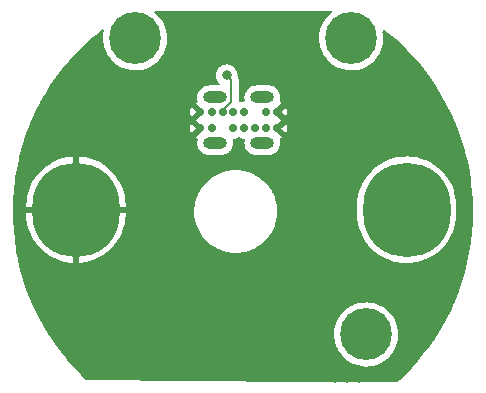
<source format=gbr>
%TF.GenerationSoftware,KiCad,Pcbnew,(6.0.10)*%
%TF.CreationDate,2023-09-05T22:10:59+02:00*%
%TF.ProjectId,Pump PCB,50756d70-2050-4434-922e-6b696361645f,rev?*%
%TF.SameCoordinates,Original*%
%TF.FileFunction,Copper,L2,Bot*%
%TF.FilePolarity,Positive*%
%FSLAX46Y46*%
G04 Gerber Fmt 4.6, Leading zero omitted, Abs format (unit mm)*
G04 Created by KiCad (PCBNEW (6.0.10)) date 2023-09-05 22:10:59*
%MOMM*%
%LPD*%
G01*
G04 APERTURE LIST*
%TA.AperFunction,ComponentPad*%
%ADD10C,4.400000*%
%TD*%
%TA.AperFunction,ComponentPad*%
%ADD11O,7.400000X8.000000*%
%TD*%
%TA.AperFunction,ComponentPad*%
%ADD12C,0.700000*%
%TD*%
%TA.AperFunction,ComponentPad*%
%ADD13O,2.000000X1.000000*%
%TD*%
%TA.AperFunction,ViaPad*%
%ADD14C,0.800000*%
%TD*%
%TA.AperFunction,Conductor*%
%ADD15C,0.200000*%
%TD*%
G04 APERTURE END LIST*
D10*
%TO.P,H1,1*%
%TO.N,N/C*%
X138557000Y-42500000D03*
%TD*%
%TO.P,H2,1*%
%TO.N,N/C*%
X120269000Y-42500000D03*
%TD*%
%TO.P,H3,1*%
%TO.N,N/C*%
X139827000Y-67564000D03*
%TD*%
D11*
%TO.P,H5,1*%
%TO.N,12V*%
X143250000Y-57000000D03*
%TD*%
%TO.P,H6,1*%
%TO.N,GND*%
X115250000Y-57000000D03*
%TD*%
D12*
%TO.P,J1,14*%
%TO.N,GND*%
X125782000Y-48718000D03*
%TO.P,J1,13*%
%TO.N,5V*%
X126732000Y-48718000D03*
%TO.P,J1,12*%
%TO.N,Net-(J1-Pad12)*%
X127682000Y-48718000D03*
%TO.P,J1,11*%
%TO.N,Net-(J1-Pad11)*%
X128582000Y-48718000D03*
%TO.P,J1,10*%
%TO.N,Net-(J1-Pad10)*%
X129482000Y-48718000D03*
%TO.P,J1,9*%
%TO.N,5V*%
X131332000Y-48718000D03*
%TO.P,J1,8*%
%TO.N,GND*%
X132282000Y-48718000D03*
%TO.P,J1,7*%
X132282000Y-50118000D03*
%TO.P,J1,6*%
%TO.N,5V*%
X131332000Y-50118000D03*
%TO.P,J1,5*%
%TO.N,Net-(J1-Pad5)*%
X130382000Y-50118000D03*
%TO.P,J1,4*%
%TO.N,Net-(J1-Pad4)*%
X129482000Y-50118000D03*
%TO.P,J1,3*%
%TO.N,Net-(J1-Pad3)*%
X128582000Y-50118000D03*
%TO.P,J1,2*%
%TO.N,5V*%
X126732000Y-50118000D03*
%TO.P,J1,1*%
%TO.N,GND*%
X125782000Y-50118000D03*
D13*
%TO.P,J1,0*%
%TO.N,Net-(J1-Pad0)*%
X131032000Y-47488000D03*
X127032000Y-47488000D03*
X131032000Y-51348000D03*
X127032000Y-51348000D03*
%TD*%
D14*
%TO.N,GND*%
X120142000Y-50165000D03*
X120650000Y-48260000D03*
X139573000Y-52324000D03*
X145796000Y-64643000D03*
X116078000Y-66294000D03*
X132842000Y-52974000D03*
X138176000Y-71247000D03*
X144780000Y-64643000D03*
X144526000Y-49911000D03*
X120142000Y-56134000D03*
X139192000Y-71247000D03*
X139500000Y-49250000D03*
X132250000Y-59250000D03*
X142748000Y-64643000D03*
X120000000Y-67000000D03*
X132842000Y-53721000D03*
X143764000Y-64643000D03*
X122500000Y-61250000D03*
X137160000Y-71247000D03*
X117000000Y-67250000D03*
X121793000Y-56896000D03*
X130048000Y-45339000D03*
%TO.N,Net-(J1-Pad12)*%
X128016000Y-45608000D03*
%TD*%
D15*
%TO.N,Net-(J1-Pad12)*%
X127766130Y-48504740D02*
X128415999Y-47854871D01*
X128415999Y-46007999D02*
X128016000Y-45608000D01*
X128415999Y-47854871D02*
X128415999Y-46007999D01*
%TD*%
%TA.AperFunction,Conductor*%
%TO.N,GND*%
G36*
X136875799Y-40163539D02*
G01*
X136922292Y-40217195D01*
X136932396Y-40287469D01*
X136902902Y-40352049D01*
X136884644Y-40369298D01*
X136773244Y-40455243D01*
X136540513Y-40684347D01*
X136538149Y-40687314D01*
X136538146Y-40687317D01*
X136521220Y-40708558D01*
X136336991Y-40939751D01*
X136165626Y-41217757D01*
X136028902Y-41514336D01*
X136027741Y-41517940D01*
X136027741Y-41517941D01*
X136019196Y-41544477D01*
X135928797Y-41825192D01*
X135928079Y-41828903D01*
X135928078Y-41828907D01*
X135867482Y-42142105D01*
X135867481Y-42142114D01*
X135866763Y-42145824D01*
X135866496Y-42149600D01*
X135866495Y-42149605D01*
X135851993Y-42354424D01*
X135843698Y-42471585D01*
X135859936Y-42797759D01*
X135860577Y-42801490D01*
X135860578Y-42801498D01*
X135875109Y-42886060D01*
X135915241Y-43119619D01*
X136008814Y-43432504D01*
X136139297Y-43731881D01*
X136141220Y-43735152D01*
X136141222Y-43735156D01*
X136183584Y-43807215D01*
X136304802Y-44013414D01*
X136307103Y-44016429D01*
X136500631Y-44270012D01*
X136500636Y-44270017D01*
X136502931Y-44273025D01*
X136564931Y-44336670D01*
X136623920Y-44397223D01*
X136730814Y-44506953D01*
X136803635Y-44565607D01*
X136982196Y-44709431D01*
X136982201Y-44709435D01*
X136985149Y-44711809D01*
X137262253Y-44884627D01*
X137558112Y-45022903D01*
X137561721Y-45024086D01*
X137822979Y-45109731D01*
X137868440Y-45124634D01*
X138188742Y-45188346D01*
X138192514Y-45188633D01*
X138192522Y-45188634D01*
X138510602Y-45212829D01*
X138510607Y-45212829D01*
X138514379Y-45213116D01*
X138840633Y-45198586D01*
X138900425Y-45188634D01*
X139159037Y-45145590D01*
X139159042Y-45145589D01*
X139162778Y-45144967D01*
X139476149Y-45053034D01*
X139479616Y-45051544D01*
X139479620Y-45051543D01*
X139772721Y-44925616D01*
X139772723Y-44925615D01*
X139776205Y-44924119D01*
X140058601Y-44760091D01*
X140319245Y-44563324D01*
X140554363Y-44336670D01*
X140760549Y-44083410D01*
X140934815Y-43807215D01*
X140957832Y-43758633D01*
X141073009Y-43515522D01*
X141074638Y-43512084D01*
X141101188Y-43432504D01*
X141176790Y-43205897D01*
X141176792Y-43205891D01*
X141177992Y-43202293D01*
X141243381Y-42882329D01*
X141249956Y-42801498D01*
X141269674Y-42559061D01*
X141269856Y-42556826D01*
X141270451Y-42500000D01*
X141268510Y-42467796D01*
X141251026Y-42177793D01*
X141251026Y-42177789D01*
X141250798Y-42174015D01*
X141245650Y-42145824D01*
X141204006Y-41917803D01*
X141211444Y-41847197D01*
X141255874Y-41791821D01*
X141323189Y-41769256D01*
X141392018Y-41786667D01*
X141405291Y-41795691D01*
X141562358Y-41917803D01*
X141691181Y-42017957D01*
X141695530Y-42021496D01*
X142351667Y-42580174D01*
X142355833Y-42583883D01*
X142986476Y-43171209D01*
X142990493Y-43175121D01*
X143317938Y-43508482D01*
X143561619Y-43756566D01*
X143594371Y-43789910D01*
X143598201Y-43793987D01*
X144174165Y-44435072D01*
X144177796Y-44439300D01*
X144724623Y-45105320D01*
X144728079Y-45109725D01*
X145244779Y-45799473D01*
X145248008Y-45803991D01*
X145565196Y-46269190D01*
X145733478Y-46515999D01*
X145736533Y-46520700D01*
X146189858Y-47253618D01*
X146192700Y-47258451D01*
X146612951Y-48010779D01*
X146615576Y-48015734D01*
X147001945Y-48786026D01*
X147004347Y-48791093D01*
X147356063Y-49577807D01*
X147358237Y-49582975D01*
X147674614Y-50384582D01*
X147676542Y-50389803D01*
X147943028Y-51164251D01*
X147956943Y-51204690D01*
X147958646Y-51210022D01*
X148164950Y-51909254D01*
X148202517Y-52036583D01*
X148203980Y-52041985D01*
X148309747Y-52469737D01*
X148410826Y-52878535D01*
X148412051Y-52884007D01*
X148581479Y-53728951D01*
X148582459Y-53734471D01*
X148714130Y-54586125D01*
X148714863Y-54591684D01*
X148737823Y-54801708D01*
X148806390Y-55428917D01*
X148808513Y-55448339D01*
X148808997Y-55453909D01*
X148863028Y-56291949D01*
X148864443Y-56313899D01*
X148864679Y-56319492D01*
X148873125Y-56744329D01*
X148881809Y-57181080D01*
X148881796Y-57186687D01*
X148875681Y-57434955D01*
X148864790Y-57877198D01*
X148860578Y-58048197D01*
X148860315Y-58053798D01*
X148800791Y-58913501D01*
X148800279Y-58919085D01*
X148702569Y-59775269D01*
X148701810Y-59780824D01*
X148566101Y-60631844D01*
X148565095Y-60637360D01*
X148391663Y-61481476D01*
X148390413Y-61486942D01*
X148179592Y-62322540D01*
X148178099Y-62327945D01*
X147930323Y-63153295D01*
X147928594Y-63158622D01*
X147715285Y-63769105D01*
X147644331Y-63972171D01*
X147642368Y-63977411D01*
X147405635Y-64568990D01*
X147322207Y-64777471D01*
X147320011Y-64782625D01*
X147255311Y-64925522D01*
X146964553Y-65567693D01*
X146962127Y-65572748D01*
X146572101Y-66341211D01*
X146569477Y-66346109D01*
X146145635Y-67096484D01*
X146142769Y-67101303D01*
X145739940Y-67745729D01*
X145686000Y-67832019D01*
X145682928Y-67836699D01*
X145610027Y-67942536D01*
X145194066Y-68546423D01*
X145190783Y-68550968D01*
X144670867Y-69238192D01*
X144667386Y-69242587D01*
X144187209Y-69821807D01*
X144117389Y-69906028D01*
X144113727Y-69910251D01*
X143666926Y-70402849D01*
X143534770Y-70548551D01*
X143530912Y-70552619D01*
X142924103Y-71164560D01*
X142920081Y-71168439D01*
X142663920Y-71404746D01*
X142460701Y-71592214D01*
X142397069Y-71623702D01*
X142374303Y-71625598D01*
X134177739Y-71562897D01*
X116186227Y-71425268D01*
X116118262Y-71404746D01*
X116100366Y-71390580D01*
X115652491Y-70964689D01*
X115648546Y-70960768D01*
X115055663Y-70344927D01*
X115051894Y-70340836D01*
X114829203Y-70088086D01*
X114486746Y-69699404D01*
X114483166Y-69695156D01*
X114383116Y-69570953D01*
X113946869Y-69029396D01*
X113943477Y-69024988D01*
X113437113Y-68336248D01*
X113433918Y-68331695D01*
X112958437Y-67621268D01*
X112955446Y-67616579D01*
X112906270Y-67535585D01*
X137113698Y-67535585D01*
X137129936Y-67861759D01*
X137130577Y-67865490D01*
X137130578Y-67865498D01*
X137145109Y-67950060D01*
X137185241Y-68183619D01*
X137278814Y-68496504D01*
X137280327Y-68499975D01*
X137280329Y-68499981D01*
X137302552Y-68550968D01*
X137409297Y-68795881D01*
X137411220Y-68799152D01*
X137411222Y-68799156D01*
X137453584Y-68871215D01*
X137574802Y-69077414D01*
X137577103Y-69080429D01*
X137770631Y-69334012D01*
X137770636Y-69334017D01*
X137772931Y-69337025D01*
X138000814Y-69570953D01*
X138073635Y-69629607D01*
X138252196Y-69773431D01*
X138252201Y-69773435D01*
X138255149Y-69775809D01*
X138532253Y-69948627D01*
X138828112Y-70086903D01*
X139138440Y-70188634D01*
X139458742Y-70252346D01*
X139462514Y-70252633D01*
X139462522Y-70252634D01*
X139780602Y-70276829D01*
X139780607Y-70276829D01*
X139784379Y-70277116D01*
X140110633Y-70262586D01*
X140170425Y-70252634D01*
X140429037Y-70209590D01*
X140429042Y-70209589D01*
X140432778Y-70208967D01*
X140746149Y-70117034D01*
X140749616Y-70115544D01*
X140749620Y-70115543D01*
X141042721Y-69989616D01*
X141042723Y-69989615D01*
X141046205Y-69988119D01*
X141328601Y-69824091D01*
X141589245Y-69627324D01*
X141824363Y-69400670D01*
X142030549Y-69147410D01*
X142106367Y-69027246D01*
X142202788Y-68874428D01*
X142202790Y-68874425D01*
X142204815Y-68871215D01*
X142344638Y-68576084D01*
X142345840Y-68572482D01*
X142446790Y-68269897D01*
X142446792Y-68269891D01*
X142447992Y-68266293D01*
X142513381Y-67946329D01*
X142519956Y-67865498D01*
X142539674Y-67623061D01*
X142539856Y-67620826D01*
X142540451Y-67564000D01*
X142538510Y-67531796D01*
X142521026Y-67241793D01*
X142521026Y-67241789D01*
X142520798Y-67238015D01*
X142515650Y-67209824D01*
X142462805Y-66920473D01*
X142462804Y-66920469D01*
X142462125Y-66916751D01*
X142454722Y-66892907D01*
X142366404Y-66608477D01*
X142365282Y-66604863D01*
X142231670Y-66306869D01*
X142063226Y-66027084D01*
X142060899Y-66024100D01*
X142060894Y-66024093D01*
X141864726Y-65772558D01*
X141864724Y-65772556D01*
X141862390Y-65769563D01*
X141632070Y-65538034D01*
X141375603Y-65335852D01*
X141096705Y-65165945D01*
X141093261Y-65164379D01*
X141093257Y-65164377D01*
X140982667Y-65114095D01*
X140799414Y-65030775D01*
X140488037Y-64932300D01*
X140270492Y-64891390D01*
X140170809Y-64872645D01*
X140170807Y-64872645D01*
X140167086Y-64871945D01*
X139841208Y-64850586D01*
X139837428Y-64850794D01*
X139837427Y-64850794D01*
X139739897Y-64856162D01*
X139515124Y-64868532D01*
X139511397Y-64869193D01*
X139511393Y-64869193D01*
X139354341Y-64897027D01*
X139193557Y-64925522D01*
X139189941Y-64926624D01*
X139189933Y-64926626D01*
X138884789Y-65019627D01*
X138881167Y-65020731D01*
X138582477Y-65152781D01*
X138557041Y-65167914D01*
X138305074Y-65317817D01*
X138305068Y-65317821D01*
X138301814Y-65319757D01*
X138043244Y-65519243D01*
X137810513Y-65748347D01*
X137808149Y-65751314D01*
X137808146Y-65751317D01*
X137791220Y-65772558D01*
X137606991Y-66003751D01*
X137435626Y-66281757D01*
X137298902Y-66578336D01*
X137297741Y-66581940D01*
X137297741Y-66581941D01*
X137289196Y-66608477D01*
X137198797Y-66889192D01*
X137198079Y-66892903D01*
X137198078Y-66892907D01*
X137137482Y-67206105D01*
X137137481Y-67206114D01*
X137136763Y-67209824D01*
X137113698Y-67535585D01*
X112906270Y-67535585D01*
X112530537Y-66916751D01*
X112511768Y-66885838D01*
X112508991Y-66881028D01*
X112435014Y-66746101D01*
X112098007Y-66131439D01*
X112095441Y-66126504D01*
X111717937Y-65359502D01*
X111715591Y-65354458D01*
X111632246Y-65164377D01*
X111372292Y-64571512D01*
X111370178Y-64566385D01*
X111061782Y-63769089D01*
X111059896Y-63763875D01*
X111041024Y-63707851D01*
X110786979Y-62953720D01*
X110785320Y-62948410D01*
X110548433Y-62127029D01*
X110547010Y-62121653D01*
X110359086Y-61342385D01*
X110346595Y-61290585D01*
X110345412Y-61285156D01*
X110330133Y-61206759D01*
X110209352Y-60587057D01*
X110181875Y-60446076D01*
X110180932Y-60440594D01*
X110054588Y-59595131D01*
X110053887Y-59589613D01*
X109964976Y-58739363D01*
X109964520Y-58733820D01*
X109913220Y-57880491D01*
X109913009Y-57874933D01*
X109906014Y-57434955D01*
X109905494Y-57402216D01*
X111042000Y-57402216D01*
X111042075Y-57405309D01*
X111056882Y-57708051D01*
X111057483Y-57714175D01*
X111116710Y-58115263D01*
X111117910Y-58121325D01*
X111215993Y-58514711D01*
X111217778Y-58520626D01*
X111353786Y-58902579D01*
X111356129Y-58908263D01*
X111528764Y-59275131D01*
X111531653Y-59280565D01*
X111739260Y-59628829D01*
X111742668Y-59633959D01*
X111983277Y-59960312D01*
X111987165Y-59965079D01*
X112258457Y-60266380D01*
X112262807Y-60270760D01*
X112562211Y-60544153D01*
X112566949Y-60548073D01*
X112891609Y-60790950D01*
X112896715Y-60794394D01*
X113243532Y-61004434D01*
X113248928Y-61007351D01*
X113614596Y-61182551D01*
X113620263Y-61184933D01*
X114001261Y-61323604D01*
X114007149Y-61325426D01*
X114399860Y-61426258D01*
X114405883Y-61427494D01*
X114806585Y-61489526D01*
X114812672Y-61490166D01*
X114977912Y-61499405D01*
X114993356Y-61495793D01*
X114996000Y-61485086D01*
X114996000Y-61482979D01*
X115504000Y-61482979D01*
X115508475Y-61498218D01*
X115508800Y-61498500D01*
X115518872Y-61500471D01*
X115628762Y-61495865D01*
X115634888Y-61495308D01*
X116036399Y-61438879D01*
X116042452Y-61437724D01*
X116436537Y-61342385D01*
X116442434Y-61340649D01*
X116825331Y-61207310D01*
X116831044Y-61205002D01*
X117199104Y-61034935D01*
X117204558Y-61032083D01*
X117554269Y-60826909D01*
X117559417Y-60823540D01*
X117887448Y-60585212D01*
X117892218Y-60581377D01*
X118195440Y-60312163D01*
X118199820Y-60307875D01*
X118475317Y-60010365D01*
X118479262Y-60005663D01*
X118724401Y-59682703D01*
X118727879Y-59677625D01*
X118940332Y-59332287D01*
X118943297Y-59326894D01*
X119121034Y-58962479D01*
X119123460Y-58956820D01*
X119264792Y-58576789D01*
X119266650Y-58570932D01*
X119370225Y-58178915D01*
X119371500Y-58172915D01*
X119436326Y-57772669D01*
X119437013Y-57766548D01*
X119457874Y-57434955D01*
X119458000Y-57430964D01*
X119458000Y-57272115D01*
X119453525Y-57256876D01*
X119452135Y-57255671D01*
X119444452Y-57254000D01*
X115522115Y-57254000D01*
X115506876Y-57258475D01*
X115505671Y-57259865D01*
X115504000Y-57267548D01*
X115504000Y-61482979D01*
X114996000Y-61482979D01*
X114996000Y-57272115D01*
X114991525Y-57256876D01*
X114990135Y-57255671D01*
X114982452Y-57254000D01*
X111060115Y-57254000D01*
X111044876Y-57258475D01*
X111043671Y-57259865D01*
X111042000Y-57267548D01*
X111042000Y-57402216D01*
X109905494Y-57402216D01*
X109901484Y-57150000D01*
X125264685Y-57150000D01*
X125283931Y-57517241D01*
X125341459Y-57880459D01*
X125436639Y-58235674D01*
X125437824Y-58238762D01*
X125437825Y-58238764D01*
X125487902Y-58369218D01*
X125568427Y-58578994D01*
X125735380Y-58906657D01*
X125737176Y-58909423D01*
X125737178Y-58909426D01*
X125741637Y-58916292D01*
X125935668Y-59215075D01*
X126167098Y-59500867D01*
X126427133Y-59760902D01*
X126712925Y-59992332D01*
X127021342Y-60192620D01*
X127024276Y-60194115D01*
X127024283Y-60194119D01*
X127256659Y-60312520D01*
X127349006Y-60359573D01*
X127692326Y-60491361D01*
X128047541Y-60586541D01*
X128240558Y-60617112D01*
X128407511Y-60643555D01*
X128407519Y-60643556D01*
X128410759Y-60644069D01*
X128778000Y-60663315D01*
X129145241Y-60644069D01*
X129148481Y-60643556D01*
X129148489Y-60643555D01*
X129315442Y-60617112D01*
X129508459Y-60586541D01*
X129863674Y-60491361D01*
X130206994Y-60359573D01*
X130299341Y-60312520D01*
X130531717Y-60194119D01*
X130531724Y-60194115D01*
X130534658Y-60192620D01*
X130843075Y-59992332D01*
X131128867Y-59760902D01*
X131388902Y-59500867D01*
X131620332Y-59215075D01*
X131814363Y-58916292D01*
X131818822Y-58909426D01*
X131818824Y-58909423D01*
X131820620Y-58906657D01*
X131987573Y-58578994D01*
X132068098Y-58369218D01*
X132118175Y-58238764D01*
X132118176Y-58238762D01*
X132119361Y-58235674D01*
X132214541Y-57880459D01*
X132272069Y-57517241D01*
X132278016Y-57403764D01*
X139041500Y-57403764D01*
X139041575Y-57405290D01*
X139041575Y-57405305D01*
X139043026Y-57434962D01*
X139056535Y-57711173D01*
X139116672Y-58118421D01*
X139216262Y-58517857D01*
X139217297Y-58520765D01*
X139217299Y-58520770D01*
X139238032Y-58578994D01*
X139354356Y-58905669D01*
X139529634Y-59278154D01*
X139531208Y-59280795D01*
X139531211Y-59280800D01*
X139560484Y-59329905D01*
X139740424Y-59631757D01*
X139984713Y-59963103D01*
X139986769Y-59965386D01*
X139986776Y-59965395D01*
X140258101Y-60266732D01*
X140258109Y-60266740D01*
X140260170Y-60269029D01*
X140564166Y-60546615D01*
X140893799Y-60793212D01*
X140896436Y-60794809D01*
X141243294Y-61004874D01*
X141243303Y-61004879D01*
X141245922Y-61006465D01*
X141617174Y-61184340D01*
X141620063Y-61185392D01*
X141620069Y-61185394D01*
X141901690Y-61287895D01*
X142004012Y-61325137D01*
X142294750Y-61399786D01*
X142399759Y-61426748D01*
X142399762Y-61426749D01*
X142402743Y-61427514D01*
X142809561Y-61490493D01*
X143220584Y-61513472D01*
X143223663Y-61513343D01*
X143223666Y-61513343D01*
X143530791Y-61500471D01*
X143631887Y-61496234D01*
X143634931Y-61495806D01*
X143634933Y-61495806D01*
X143855482Y-61464810D01*
X144039545Y-61438941D01*
X144439667Y-61342141D01*
X144828433Y-61206759D01*
X144900621Y-61173404D01*
X145199336Y-61035378D01*
X145199346Y-61035373D01*
X145202133Y-61034085D01*
X145557199Y-60825769D01*
X145807051Y-60644241D01*
X145887761Y-60585602D01*
X145887767Y-60585597D01*
X145890242Y-60583799D01*
X145934897Y-60544153D01*
X146048430Y-60443353D01*
X146198084Y-60310484D01*
X146200163Y-60308239D01*
X146200170Y-60308232D01*
X146475700Y-60010687D01*
X146475703Y-60010683D01*
X146477786Y-60008434D01*
X146569070Y-59888172D01*
X146724817Y-59682983D01*
X146724819Y-59682981D01*
X146726678Y-59680531D01*
X146942384Y-59329905D01*
X147122846Y-58959904D01*
X147138027Y-58919085D01*
X147265268Y-58576940D01*
X147266340Y-58574058D01*
X147371498Y-58176052D01*
X147437316Y-57769683D01*
X147437514Y-57766548D01*
X147449218Y-57580494D01*
X147458500Y-57432965D01*
X147458500Y-56596236D01*
X147458425Y-56594691D01*
X147444691Y-56313899D01*
X147443465Y-56288827D01*
X147383328Y-55881579D01*
X147283738Y-55482143D01*
X147270317Y-55444451D01*
X147146676Y-55097230D01*
X147145644Y-55094331D01*
X146970366Y-54721846D01*
X146941168Y-54672865D01*
X146761156Y-54370894D01*
X146759576Y-54368243D01*
X146515287Y-54036897D01*
X146513231Y-54034614D01*
X146513224Y-54034605D01*
X146241899Y-53733268D01*
X146241891Y-53733260D01*
X146239830Y-53730971D01*
X145935834Y-53453385D01*
X145606201Y-53206788D01*
X145590730Y-53197419D01*
X145256706Y-52995126D01*
X145256697Y-52995121D01*
X145254078Y-52993535D01*
X144882826Y-52815660D01*
X144879937Y-52814608D01*
X144879931Y-52814606D01*
X144498887Y-52675918D01*
X144498884Y-52675917D01*
X144495988Y-52674863D01*
X144102149Y-52573742D01*
X144100241Y-52573252D01*
X144100238Y-52573251D01*
X144097257Y-52572486D01*
X143690439Y-52509507D01*
X143279416Y-52486528D01*
X143276337Y-52486657D01*
X143276334Y-52486657D01*
X143006857Y-52497951D01*
X142868113Y-52503766D01*
X142865069Y-52504194D01*
X142865067Y-52504194D01*
X142820383Y-52510474D01*
X142460455Y-52561059D01*
X142060333Y-52657859D01*
X141671567Y-52793241D01*
X141668769Y-52794534D01*
X141300664Y-52964622D01*
X141300654Y-52964627D01*
X141297867Y-52965915D01*
X140942801Y-53174231D01*
X140895448Y-53208635D01*
X140612239Y-53414398D01*
X140612233Y-53414403D01*
X140609758Y-53416201D01*
X140607472Y-53418230D01*
X140607469Y-53418233D01*
X140523862Y-53492463D01*
X140301916Y-53689516D01*
X140299837Y-53691761D01*
X140299830Y-53691768D01*
X140069569Y-53940427D01*
X140022214Y-53991566D01*
X139773322Y-54319469D01*
X139744841Y-54365764D01*
X139605855Y-54591684D01*
X139557616Y-54670095D01*
X139377154Y-55040096D01*
X139376083Y-55042977D01*
X139376080Y-55042983D01*
X139361440Y-55082349D01*
X139233660Y-55425942D01*
X139128502Y-55823948D01*
X139062684Y-56230317D01*
X139062491Y-56233390D01*
X139062490Y-56233396D01*
X139057250Y-56316694D01*
X139041500Y-56567035D01*
X139041500Y-57403764D01*
X132278016Y-57403764D01*
X132291315Y-57150000D01*
X132272069Y-56782759D01*
X132265983Y-56744329D01*
X132245112Y-56612558D01*
X132214541Y-56419541D01*
X132119361Y-56064326D01*
X132075365Y-55949711D01*
X131988757Y-55724091D01*
X131987573Y-55721006D01*
X131864382Y-55479230D01*
X131822119Y-55396284D01*
X131822115Y-55396277D01*
X131820620Y-55393343D01*
X131620332Y-55084925D01*
X131388902Y-54799133D01*
X131128867Y-54539098D01*
X130843075Y-54307668D01*
X130534658Y-54107380D01*
X130531724Y-54105885D01*
X130531717Y-54105881D01*
X130209934Y-53941925D01*
X130206994Y-53940427D01*
X129863674Y-53808639D01*
X129508459Y-53713459D01*
X129315442Y-53682888D01*
X129148489Y-53656445D01*
X129148481Y-53656444D01*
X129145241Y-53655931D01*
X128778000Y-53636685D01*
X128410759Y-53655931D01*
X128407519Y-53656444D01*
X128407511Y-53656445D01*
X128240558Y-53682888D01*
X128047541Y-53713459D01*
X127692326Y-53808639D01*
X127349006Y-53940427D01*
X127346066Y-53941925D01*
X127024284Y-54105881D01*
X127024277Y-54105885D01*
X127021343Y-54107380D01*
X126712925Y-54307668D01*
X126427133Y-54539098D01*
X126167098Y-54799133D01*
X125935668Y-55084925D01*
X125735380Y-55393343D01*
X125733885Y-55396277D01*
X125733881Y-55396284D01*
X125691618Y-55479230D01*
X125568427Y-55721006D01*
X125567243Y-55724091D01*
X125480636Y-55949711D01*
X125436639Y-56064326D01*
X125341459Y-56419541D01*
X125310888Y-56612558D01*
X125290018Y-56744329D01*
X125283931Y-56782759D01*
X125264685Y-57150000D01*
X109901484Y-57150000D01*
X109899420Y-57020168D01*
X109899454Y-57014621D01*
X109907557Y-56727885D01*
X111042000Y-56727885D01*
X111046475Y-56743124D01*
X111047865Y-56744329D01*
X111055548Y-56746000D01*
X114977885Y-56746000D01*
X114993124Y-56741525D01*
X114994329Y-56740135D01*
X114996000Y-56732452D01*
X114996000Y-56727885D01*
X115504000Y-56727885D01*
X115508475Y-56743124D01*
X115509865Y-56744329D01*
X115517548Y-56746000D01*
X119439885Y-56746000D01*
X119455124Y-56741525D01*
X119456329Y-56740135D01*
X119458000Y-56732452D01*
X119458000Y-56597784D01*
X119457925Y-56594691D01*
X119443118Y-56291949D01*
X119442517Y-56285825D01*
X119383290Y-55884737D01*
X119382090Y-55878675D01*
X119284007Y-55485289D01*
X119282222Y-55479374D01*
X119146214Y-55097421D01*
X119143871Y-55091737D01*
X118971236Y-54724869D01*
X118968347Y-54719435D01*
X118760740Y-54371171D01*
X118757332Y-54366041D01*
X118516723Y-54039688D01*
X118512835Y-54034921D01*
X118241543Y-53733620D01*
X118237193Y-53729240D01*
X117937789Y-53455847D01*
X117933051Y-53451927D01*
X117608391Y-53209050D01*
X117603285Y-53205606D01*
X117256468Y-52995566D01*
X117251072Y-52992649D01*
X116885404Y-52817449D01*
X116879737Y-52815067D01*
X116498739Y-52676396D01*
X116492851Y-52674574D01*
X116100140Y-52573742D01*
X116094117Y-52572506D01*
X115693415Y-52510474D01*
X115687328Y-52509834D01*
X115522088Y-52500595D01*
X115506644Y-52504207D01*
X115504000Y-52514914D01*
X115504000Y-56727885D01*
X114996000Y-56727885D01*
X114996000Y-52517021D01*
X114991525Y-52501782D01*
X114991200Y-52501500D01*
X114981128Y-52499529D01*
X114871238Y-52504135D01*
X114865112Y-52504692D01*
X114463601Y-52561121D01*
X114457548Y-52562276D01*
X114063463Y-52657615D01*
X114057566Y-52659351D01*
X113674669Y-52792690D01*
X113668956Y-52794998D01*
X113300896Y-52965065D01*
X113295442Y-52967917D01*
X112945731Y-53173091D01*
X112940583Y-53176460D01*
X112612552Y-53414788D01*
X112607782Y-53418623D01*
X112304560Y-53687837D01*
X112300180Y-53692125D01*
X112024683Y-53989635D01*
X112020738Y-53994337D01*
X111775599Y-54317297D01*
X111772121Y-54322375D01*
X111559668Y-54667713D01*
X111556703Y-54673106D01*
X111378966Y-55037521D01*
X111376540Y-55043180D01*
X111235208Y-55423211D01*
X111233350Y-55429068D01*
X111129775Y-55821085D01*
X111128500Y-55827085D01*
X111063674Y-56227331D01*
X111062987Y-56233452D01*
X111042126Y-56565045D01*
X111042000Y-56569036D01*
X111042000Y-56727885D01*
X109907557Y-56727885D01*
X109923602Y-56160080D01*
X109923882Y-56154525D01*
X109976722Y-55425942D01*
X109985720Y-55301885D01*
X109986244Y-55296355D01*
X110085651Y-54447279D01*
X110086416Y-54441792D01*
X110097864Y-54371171D01*
X110201515Y-53731708D01*
X110223200Y-53597927D01*
X110224211Y-53592457D01*
X110398105Y-52755441D01*
X110399357Y-52750022D01*
X110462547Y-52501500D01*
X110610015Y-51921524D01*
X110611499Y-51916183D01*
X110611955Y-51914675D01*
X110858522Y-51097772D01*
X110860245Y-51092488D01*
X110864749Y-51079644D01*
X111143155Y-50285749D01*
X111145089Y-50280603D01*
X111207672Y-50124565D01*
X124919964Y-50124565D01*
X124937437Y-50290807D01*
X124940167Y-50303650D01*
X124991819Y-50462617D01*
X124997165Y-50474625D01*
X125013363Y-50502680D01*
X125023569Y-50512411D01*
X125031590Y-50509200D01*
X125409978Y-50130812D01*
X125417592Y-50116868D01*
X125417461Y-50115035D01*
X125413210Y-50108420D01*
X125035233Y-49730443D01*
X125022853Y-49723683D01*
X125015938Y-49728859D01*
X124997165Y-49761375D01*
X124991819Y-49773383D01*
X124940167Y-49932350D01*
X124937437Y-49945193D01*
X124919964Y-50111435D01*
X124919964Y-50124565D01*
X111207672Y-50124565D01*
X111463329Y-49487132D01*
X111465509Y-49482026D01*
X111681111Y-49006379D01*
X111808852Y-48724565D01*
X124919964Y-48724565D01*
X124937437Y-48890807D01*
X124940167Y-48903650D01*
X124991819Y-49062617D01*
X124997165Y-49074625D01*
X125013363Y-49102680D01*
X125023569Y-49112411D01*
X125031590Y-49109200D01*
X125409978Y-48730812D01*
X125417592Y-48716868D01*
X125417461Y-48715035D01*
X125413210Y-48708420D01*
X125035233Y-48330443D01*
X125022853Y-48323683D01*
X125015938Y-48328859D01*
X124997165Y-48361375D01*
X124991819Y-48373383D01*
X124940167Y-48532350D01*
X124937437Y-48545193D01*
X124919964Y-48711435D01*
X124919964Y-48724565D01*
X111808852Y-48724565D01*
X111818454Y-48703381D01*
X111820854Y-48698384D01*
X111898618Y-48545193D01*
X112196059Y-47959242D01*
X125386493Y-47959242D01*
X125388090Y-47964880D01*
X125852831Y-48429621D01*
X125886857Y-48491933D01*
X125886967Y-48538455D01*
X125887635Y-48538525D01*
X125868771Y-48718000D01*
X125869461Y-48724565D01*
X125876454Y-48791093D01*
X125886974Y-48891187D01*
X125886974Y-48891188D01*
X125887635Y-48897475D01*
X125886485Y-48897596D01*
X125881581Y-48961877D01*
X125852831Y-49006379D01*
X125454022Y-49405188D01*
X125446408Y-49419132D01*
X125446539Y-49420965D01*
X125450790Y-49427580D01*
X125852831Y-49829621D01*
X125886857Y-49891933D01*
X125886967Y-49938455D01*
X125887635Y-49938525D01*
X125868771Y-50118000D01*
X125869461Y-50124565D01*
X125886405Y-50285771D01*
X125886974Y-50291187D01*
X125886974Y-50291188D01*
X125887635Y-50297475D01*
X125886485Y-50297596D01*
X125881581Y-50361877D01*
X125852831Y-50406379D01*
X125393500Y-50865710D01*
X125386740Y-50878090D01*
X125390251Y-50882780D01*
X125490195Y-50927278D01*
X125544291Y-50973259D01*
X125564940Y-51041186D01*
X125559311Y-51079644D01*
X125539318Y-51144232D01*
X125518645Y-51340925D01*
X125536570Y-51537888D01*
X125592410Y-51727619D01*
X125595263Y-51733077D01*
X125595265Y-51733081D01*
X125642720Y-51823853D01*
X125684040Y-51902890D01*
X125807968Y-52057025D01*
X125812692Y-52060989D01*
X125819933Y-52067065D01*
X125959474Y-52184154D01*
X125964872Y-52187121D01*
X125964877Y-52187125D01*
X126108180Y-52265905D01*
X126132787Y-52279433D01*
X126138654Y-52281294D01*
X126138656Y-52281295D01*
X126315436Y-52337373D01*
X126321306Y-52339235D01*
X126475227Y-52356500D01*
X127581769Y-52356500D01*
X127584825Y-52356200D01*
X127584832Y-52356200D01*
X127643340Y-52350463D01*
X127728833Y-52342080D01*
X127734734Y-52340298D01*
X127734736Y-52340298D01*
X127808053Y-52318162D01*
X127918169Y-52284916D01*
X128092796Y-52192066D01*
X128179062Y-52121709D01*
X128241287Y-52070960D01*
X128241290Y-52070957D01*
X128246062Y-52067065D01*
X128271279Y-52036583D01*
X128368201Y-51919425D01*
X128368203Y-51919421D01*
X128372130Y-51914675D01*
X128466198Y-51740701D01*
X128524682Y-51551768D01*
X128545355Y-51355075D01*
X128532155Y-51210031D01*
X128527989Y-51164251D01*
X128527988Y-51164248D01*
X128527430Y-51158112D01*
X128521533Y-51138074D01*
X128521489Y-51067077D01*
X128559835Y-51007327D01*
X128624397Y-50977794D01*
X128642407Y-50976500D01*
X128672232Y-50976500D01*
X128678685Y-50975128D01*
X128678689Y-50975128D01*
X128771976Y-50955299D01*
X128848752Y-50938980D01*
X128874737Y-50927411D01*
X128980751Y-50880210D01*
X129051118Y-50870776D01*
X129083249Y-50880210D01*
X129189264Y-50927411D01*
X129215248Y-50938980D01*
X129292024Y-50955299D01*
X129385311Y-50975128D01*
X129385315Y-50975128D01*
X129391768Y-50976500D01*
X129420338Y-50976500D01*
X129488459Y-50996502D01*
X129534952Y-51050158D01*
X129545056Y-51120432D01*
X129542367Y-51132367D01*
X129541139Y-51138349D01*
X129539318Y-51144232D01*
X129518645Y-51340925D01*
X129536570Y-51537888D01*
X129592410Y-51727619D01*
X129595263Y-51733077D01*
X129595265Y-51733081D01*
X129642720Y-51823853D01*
X129684040Y-51902890D01*
X129807968Y-52057025D01*
X129812692Y-52060989D01*
X129819933Y-52067065D01*
X129959474Y-52184154D01*
X129964872Y-52187121D01*
X129964877Y-52187125D01*
X130108180Y-52265905D01*
X130132787Y-52279433D01*
X130138654Y-52281294D01*
X130138656Y-52281295D01*
X130315436Y-52337373D01*
X130321306Y-52339235D01*
X130475227Y-52356500D01*
X131581769Y-52356500D01*
X131584825Y-52356200D01*
X131584832Y-52356200D01*
X131643340Y-52350463D01*
X131728833Y-52342080D01*
X131734734Y-52340298D01*
X131734736Y-52340298D01*
X131808053Y-52318162D01*
X131918169Y-52284916D01*
X132092796Y-52192066D01*
X132179062Y-52121709D01*
X132241287Y-52070960D01*
X132241290Y-52070957D01*
X132246062Y-52067065D01*
X132271279Y-52036583D01*
X132368201Y-51919425D01*
X132368203Y-51919421D01*
X132372130Y-51914675D01*
X132466198Y-51740701D01*
X132524682Y-51551768D01*
X132545355Y-51355075D01*
X132532155Y-51210031D01*
X132527989Y-51164251D01*
X132527988Y-51164248D01*
X132527430Y-51158112D01*
X132519853Y-51132367D01*
X132503880Y-51078092D01*
X132503836Y-51007095D01*
X132542182Y-50947345D01*
X132573505Y-50927411D01*
X132666763Y-50885890D01*
X132677507Y-50876758D01*
X132675910Y-50871120D01*
X132211169Y-50406379D01*
X132177143Y-50344067D01*
X132177033Y-50297545D01*
X132176365Y-50297475D01*
X132177018Y-50291258D01*
X132177596Y-50285771D01*
X132194539Y-50124565D01*
X132195110Y-50119132D01*
X132646408Y-50119132D01*
X132646539Y-50120965D01*
X132650790Y-50127580D01*
X133028767Y-50505557D01*
X133041147Y-50512317D01*
X133048062Y-50507141D01*
X133066835Y-50474625D01*
X133072181Y-50462617D01*
X133123833Y-50303650D01*
X133126563Y-50290807D01*
X133144036Y-50124565D01*
X133144036Y-50111435D01*
X133126563Y-49945193D01*
X133123833Y-49932350D01*
X133072181Y-49773383D01*
X133066835Y-49761375D01*
X133050637Y-49733320D01*
X133040431Y-49723589D01*
X133032410Y-49726800D01*
X132654022Y-50105188D01*
X132646408Y-50119132D01*
X132195110Y-50119132D01*
X132195229Y-50118000D01*
X132177019Y-49944742D01*
X132176365Y-49938525D01*
X132177515Y-49938404D01*
X132182419Y-49874123D01*
X132211169Y-49829621D01*
X132609978Y-49430812D01*
X132617592Y-49416868D01*
X132617461Y-49415035D01*
X132613210Y-49408420D01*
X132211169Y-49006379D01*
X132177143Y-48944067D01*
X132177033Y-48897545D01*
X132176365Y-48897475D01*
X132177018Y-48891258D01*
X132187547Y-48791093D01*
X132194539Y-48724565D01*
X132195110Y-48719132D01*
X132646408Y-48719132D01*
X132646539Y-48720965D01*
X132650790Y-48727580D01*
X133028767Y-49105557D01*
X133041147Y-49112317D01*
X133048062Y-49107141D01*
X133066835Y-49074625D01*
X133072181Y-49062617D01*
X133123833Y-48903650D01*
X133126563Y-48890807D01*
X133144036Y-48724565D01*
X133144036Y-48711435D01*
X133126563Y-48545193D01*
X133123833Y-48532350D01*
X133072181Y-48373383D01*
X133066835Y-48361375D01*
X133050637Y-48333320D01*
X133040431Y-48323589D01*
X133032410Y-48326800D01*
X132654022Y-48705188D01*
X132646408Y-48719132D01*
X132195110Y-48719132D01*
X132195229Y-48718000D01*
X132177019Y-48544742D01*
X132176365Y-48538525D01*
X132177515Y-48538404D01*
X132182419Y-48474123D01*
X132211169Y-48429621D01*
X132670500Y-47970290D01*
X132677260Y-47957910D01*
X132673749Y-47953220D01*
X132573805Y-47908722D01*
X132519709Y-47862741D01*
X132499060Y-47794814D01*
X132504689Y-47756356D01*
X132510507Y-47737560D01*
X132524682Y-47691768D01*
X132545355Y-47495075D01*
X132527430Y-47298112D01*
X132515758Y-47258451D01*
X132473330Y-47114294D01*
X132471590Y-47108381D01*
X132461919Y-47089881D01*
X132382813Y-46938568D01*
X132379960Y-46933110D01*
X132256032Y-46778975D01*
X132249727Y-46773684D01*
X132233334Y-46759929D01*
X132104526Y-46651846D01*
X132099128Y-46648879D01*
X132099123Y-46648875D01*
X131936608Y-46559533D01*
X131936609Y-46559533D01*
X131931213Y-46556567D01*
X131925346Y-46554706D01*
X131925344Y-46554705D01*
X131748564Y-46498627D01*
X131748563Y-46498627D01*
X131742694Y-46496765D01*
X131588773Y-46479500D01*
X130482231Y-46479500D01*
X130479175Y-46479800D01*
X130479168Y-46479800D01*
X130420660Y-46485537D01*
X130335167Y-46493920D01*
X130329266Y-46495702D01*
X130329264Y-46495702D01*
X130262038Y-46515999D01*
X130145831Y-46551084D01*
X129971204Y-46643934D01*
X129884938Y-46714291D01*
X129822713Y-46765040D01*
X129822710Y-46765043D01*
X129817938Y-46768935D01*
X129814011Y-46773682D01*
X129814009Y-46773684D01*
X129695799Y-46916575D01*
X129695797Y-46916579D01*
X129691870Y-46921325D01*
X129597802Y-47095299D01*
X129539318Y-47284232D01*
X129518645Y-47480925D01*
X129536570Y-47677888D01*
X129538309Y-47683798D01*
X129538310Y-47683801D01*
X129542467Y-47697926D01*
X129542511Y-47768923D01*
X129504165Y-47828673D01*
X129439603Y-47858206D01*
X129421593Y-47859500D01*
X129391768Y-47859500D01*
X129385315Y-47860872D01*
X129385311Y-47860872D01*
X129303508Y-47878260D01*
X129215248Y-47897020D01*
X129209221Y-47899703D01*
X129209213Y-47899706D01*
X129201751Y-47903029D01*
X129131384Y-47912466D01*
X129067086Y-47882361D01*
X129029271Y-47822273D01*
X129024499Y-47787924D01*
X129024499Y-46056135D01*
X129025577Y-46039689D01*
X129028671Y-46016187D01*
X129029749Y-46007999D01*
X129024499Y-45968119D01*
X129024499Y-45968114D01*
X129008837Y-45849149D01*
X128987621Y-45797928D01*
X128947523Y-45701123D01*
X128944006Y-45696540D01*
X128927539Y-45628665D01*
X128928087Y-45621483D01*
X128928814Y-45614568D01*
X128928814Y-45614565D01*
X128929504Y-45608000D01*
X128909542Y-45418072D01*
X128850527Y-45236444D01*
X128755040Y-45071056D01*
X128737471Y-45051543D01*
X128631675Y-44934045D01*
X128631674Y-44934044D01*
X128627253Y-44929134D01*
X128472752Y-44816882D01*
X128466724Y-44814198D01*
X128466722Y-44814197D01*
X128304319Y-44741891D01*
X128304318Y-44741891D01*
X128298288Y-44739206D01*
X128178843Y-44713817D01*
X128117944Y-44700872D01*
X128117939Y-44700872D01*
X128111487Y-44699500D01*
X127920513Y-44699500D01*
X127914061Y-44700872D01*
X127914056Y-44700872D01*
X127853157Y-44713817D01*
X127733712Y-44739206D01*
X127727682Y-44741891D01*
X127727681Y-44741891D01*
X127565278Y-44814197D01*
X127565276Y-44814198D01*
X127559248Y-44816882D01*
X127404747Y-44929134D01*
X127400326Y-44934044D01*
X127400325Y-44934045D01*
X127294530Y-45051543D01*
X127276960Y-45071056D01*
X127181473Y-45236444D01*
X127122458Y-45418072D01*
X127102496Y-45608000D01*
X127103186Y-45614565D01*
X127112284Y-45701123D01*
X127122458Y-45797928D01*
X127181473Y-45979556D01*
X127184776Y-45985278D01*
X127184777Y-45985279D01*
X127202622Y-46016187D01*
X127276960Y-46144944D01*
X127281378Y-46149851D01*
X127281379Y-46149852D01*
X127388831Y-46269190D01*
X127419549Y-46333197D01*
X127410784Y-46403651D01*
X127365321Y-46458182D01*
X127295195Y-46479500D01*
X126482231Y-46479500D01*
X126479175Y-46479800D01*
X126479168Y-46479800D01*
X126420660Y-46485537D01*
X126335167Y-46493920D01*
X126329266Y-46495702D01*
X126329264Y-46495702D01*
X126262038Y-46515999D01*
X126145831Y-46551084D01*
X125971204Y-46643934D01*
X125884938Y-46714291D01*
X125822713Y-46765040D01*
X125822710Y-46765043D01*
X125817938Y-46768935D01*
X125814011Y-46773682D01*
X125814009Y-46773684D01*
X125695799Y-46916575D01*
X125695797Y-46916579D01*
X125691870Y-46921325D01*
X125597802Y-47095299D01*
X125539318Y-47284232D01*
X125518645Y-47480925D01*
X125536570Y-47677888D01*
X125538310Y-47683798D01*
X125538310Y-47683801D01*
X125560120Y-47757908D01*
X125560164Y-47828905D01*
X125521818Y-47888655D01*
X125490495Y-47908589D01*
X125397237Y-47950110D01*
X125386493Y-47959242D01*
X112196059Y-47959242D01*
X112207796Y-47936121D01*
X112210422Y-47931219D01*
X112230500Y-47895648D01*
X112630655Y-47186727D01*
X112633491Y-47181953D01*
X112675724Y-47114294D01*
X113086151Y-46456767D01*
X113089163Y-46452169D01*
X113573423Y-45747614D01*
X113576664Y-45743115D01*
X113816928Y-45424635D01*
X114091530Y-45060641D01*
X114094955Y-45056303D01*
X114551031Y-44504232D01*
X114639433Y-44397223D01*
X114643070Y-44393014D01*
X115216080Y-43758633D01*
X115219898Y-43754589D01*
X115820354Y-43146108D01*
X115824347Y-43142236D01*
X116451087Y-42560835D01*
X116455248Y-42557143D01*
X116911066Y-42170289D01*
X117107028Y-42003976D01*
X117111343Y-42000475D01*
X117217954Y-41917803D01*
X117429859Y-41753481D01*
X117495947Y-41727543D01*
X117565567Y-41741453D01*
X117616615Y-41790795D01*
X117632884Y-41859903D01*
X117630776Y-41876985D01*
X117579482Y-42142105D01*
X117579481Y-42142114D01*
X117578763Y-42145824D01*
X117578496Y-42149600D01*
X117578495Y-42149605D01*
X117563993Y-42354424D01*
X117555698Y-42471585D01*
X117571936Y-42797759D01*
X117572577Y-42801490D01*
X117572578Y-42801498D01*
X117587109Y-42886060D01*
X117627241Y-43119619D01*
X117720814Y-43432504D01*
X117851297Y-43731881D01*
X117853220Y-43735152D01*
X117853222Y-43735156D01*
X117895584Y-43807215D01*
X118016802Y-44013414D01*
X118019103Y-44016429D01*
X118212631Y-44270012D01*
X118212636Y-44270017D01*
X118214931Y-44273025D01*
X118276931Y-44336670D01*
X118335920Y-44397223D01*
X118442814Y-44506953D01*
X118515635Y-44565607D01*
X118694196Y-44709431D01*
X118694201Y-44709435D01*
X118697149Y-44711809D01*
X118974253Y-44884627D01*
X119270112Y-45022903D01*
X119273721Y-45024086D01*
X119534979Y-45109731D01*
X119580440Y-45124634D01*
X119900742Y-45188346D01*
X119904514Y-45188633D01*
X119904522Y-45188634D01*
X120222602Y-45212829D01*
X120222607Y-45212829D01*
X120226379Y-45213116D01*
X120552633Y-45198586D01*
X120612425Y-45188634D01*
X120871037Y-45145590D01*
X120871042Y-45145589D01*
X120874778Y-45144967D01*
X121188149Y-45053034D01*
X121191616Y-45051544D01*
X121191620Y-45051543D01*
X121484721Y-44925616D01*
X121484723Y-44925615D01*
X121488205Y-44924119D01*
X121770601Y-44760091D01*
X122031245Y-44563324D01*
X122266363Y-44336670D01*
X122472549Y-44083410D01*
X122646815Y-43807215D01*
X122669832Y-43758633D01*
X122785009Y-43515522D01*
X122786638Y-43512084D01*
X122813188Y-43432504D01*
X122888790Y-43205897D01*
X122888792Y-43205891D01*
X122889992Y-43202293D01*
X122955381Y-42882329D01*
X122961956Y-42801498D01*
X122981674Y-42559061D01*
X122981856Y-42556826D01*
X122982451Y-42500000D01*
X122980510Y-42467796D01*
X122963026Y-42177793D01*
X122963026Y-42177789D01*
X122962798Y-42174015D01*
X122957650Y-42145824D01*
X122904805Y-41856473D01*
X122904804Y-41856469D01*
X122904125Y-41852751D01*
X122902401Y-41847197D01*
X122808404Y-41544477D01*
X122807282Y-41540863D01*
X122673670Y-41242869D01*
X122505226Y-40963084D01*
X122502899Y-40960100D01*
X122502894Y-40960093D01*
X122306726Y-40708558D01*
X122306724Y-40708556D01*
X122304390Y-40705563D01*
X122074070Y-40474034D01*
X121940184Y-40368487D01*
X121899071Y-40310606D01*
X121895777Y-40239686D01*
X121931349Y-40178243D01*
X121994491Y-40145786D01*
X122018190Y-40143537D01*
X136807678Y-40143537D01*
X136875799Y-40163539D01*
G37*
%TD.AperFunction*%
%TD*%
M02*

</source>
